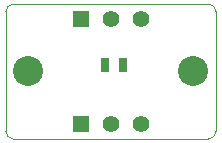
<source format=gbs>
G04 (created by PCBNEW (2013-07-07 BZR 4022)-stable) date 10/22/2013 11:34:47 AM*
%MOIN*%
G04 Gerber Fmt 3.4, Leading zero omitted, Abs format*
%FSLAX34Y34*%
G01*
G70*
G90*
G04 APERTURE LIST*
%ADD10C,0.00590551*%
%ADD11C,0.00393701*%
%ADD12R,0.055X0.055*%
%ADD13C,0.055*%
%ADD14C,0.1*%
%ADD15R,0.025X0.045*%
G04 APERTURE END LIST*
G54D10*
G54D11*
X16000Y-13000D02*
G75*
G03X16250Y-13250I250J0D01*
G74*
G01*
X16250Y-8750D02*
G75*
G03X16000Y-9000I0J-250D01*
G74*
G01*
X23000Y-9000D02*
G75*
G03X22750Y-8750I-250J0D01*
G74*
G01*
X22750Y-13250D02*
G75*
G03X23000Y-13000I0J250D01*
G74*
G01*
X16250Y-13250D02*
X22750Y-13250D01*
X22750Y-8750D02*
X16250Y-8750D01*
X23000Y-13000D02*
X23000Y-9000D01*
X23000Y-11000D02*
X23000Y-13000D01*
X16000Y-13000D02*
X16000Y-9000D01*
X16000Y-9250D02*
X16000Y-13000D01*
X16000Y-11000D02*
X16000Y-9250D01*
G54D12*
X18500Y-12750D03*
G54D13*
X19500Y-12750D03*
X20500Y-12750D03*
G54D12*
X18500Y-9250D03*
G54D13*
X19500Y-9250D03*
X20500Y-9250D03*
G54D14*
X16750Y-11000D03*
X22250Y-11000D03*
G54D15*
X19300Y-10800D03*
X19900Y-10800D03*
M02*

</source>
